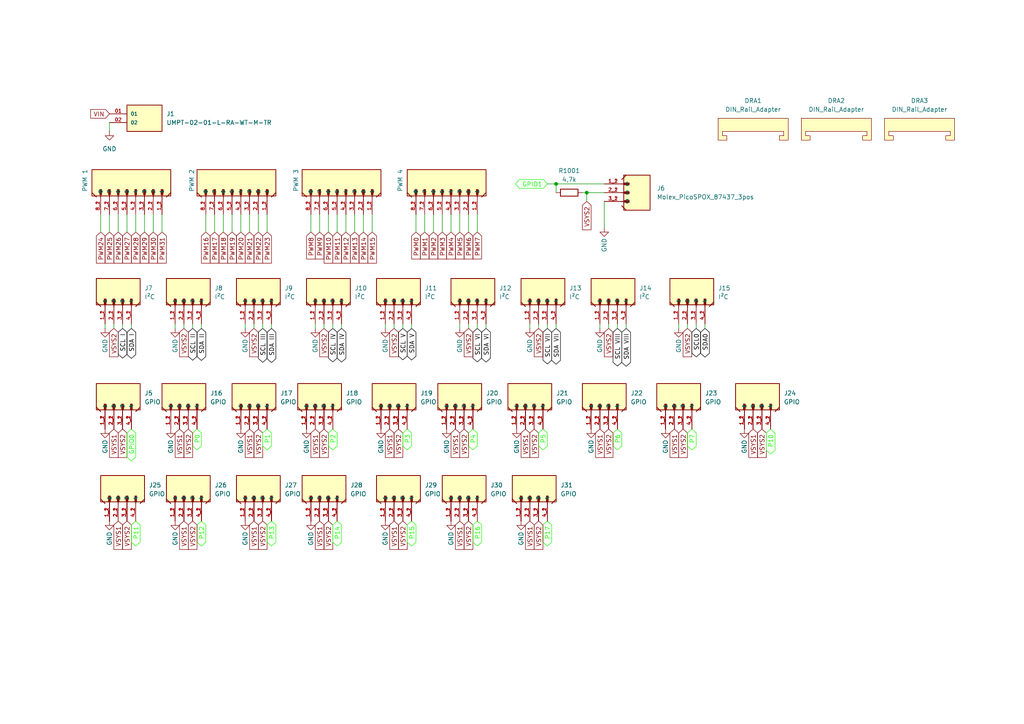
<source format=kicad_sch>
(kicad_sch (version 20231120) (generator "eeschema") (generator_version "8.0")
  (paper "A4")
  (junction (at 161.29 53.34))
  (junction (at 170.18 55.88))
  (wire (pts (xy 114.3 151.13) (xy 114.3 151.0654)))
  (wire (pts (xy 153.67 93.98) (xy 153.67 95.25)))
  (wire (pts (xy 31.75 62.23) (xy 31.75 67.31)))
  (wire (pts (xy 50.8 93.98) (xy 50.8 95.25)))
  (wire (pts (xy 116.84 151.13) (xy 116.84 151.0654)))
  (wire (pts (xy 33.02 95.25) (xy 33.02 93.98)))
  (wire (pts (xy 74.93 62.23) (xy 74.93 67.31)))
  (wire (pts (xy 114.3 95.25) (xy 114.3 93.98)))
  (wire (pts (xy 36.83 62.23) (xy 36.83 67.31)))
  (wire (pts (xy 72.39 62.23) (xy 72.39 67.31)))
  (wire (pts (xy 170.18 55.88) (xy 175.26 55.88)))
  (wire (pts (xy 119.38 93.98) (xy 119.38 95.25)))
  (wire (pts (xy 69.85 62.23) (xy 69.85 67.31)))
  (wire (pts (xy 161.29 53.34) (xy 175.26 53.34)))
  (wire (pts (xy 111.76 93.98) (xy 111.76 95.25)))
  (wire (pts (xy 92.71 62.23) (xy 92.71 67.31)))
  (wire (pts (xy 204.47 93.98) (xy 204.47 95.25)))
  (wire (pts (xy 59.69 62.23) (xy 59.69 67.31)))
  (wire (pts (xy 158.75 93.98) (xy 158.75 95.25)))
  (wire (pts (xy 135.89 62.23) (xy 135.89 67.31)))
  (wire (pts (xy 73.66 95.25) (xy 73.66 93.98)))
  (wire (pts (xy 53.34 95.25) (xy 53.34 93.98)))
  (wire (pts (xy 135.89 95.25) (xy 135.89 93.98)))
  (wire (pts (xy 161.29 93.98) (xy 161.29 95.25)))
  (wire (pts (xy 34.29 62.23) (xy 34.29 67.31)))
  (wire (pts (xy 77.47 62.23) (xy 77.47 67.31)))
  (wire (pts (xy 120.65 62.23) (xy 120.65 67.31)))
  (wire (pts (xy 105.41 62.23) (xy 105.41 67.31)))
  (wire (pts (xy 138.43 62.23) (xy 138.43 67.31)))
  (wire (pts (xy 113.03 124.46) (xy 113.03 124.3954)))
  (wire (pts (xy 67.31 62.23) (xy 67.31 67.31)))
  (wire (pts (xy 201.93 93.98) (xy 201.93 95.25)))
  (wire (pts (xy 161.29 53.34) (xy 161.29 55.88)))
  (wire (pts (xy 71.12 93.98) (xy 71.12 95.25)))
  (wire (pts (xy 133.35 62.23) (xy 133.35 67.31)))
  (wire (pts (xy 176.53 95.25) (xy 176.53 93.98)))
  (wire (pts (xy 44.45 62.23) (xy 44.45 67.31)))
  (wire (pts (xy 93.98 95.25) (xy 93.98 93.98)))
  (wire (pts (xy 95.25 62.23) (xy 95.25 67.31)))
  (wire (pts (xy 64.77 62.23) (xy 64.77 67.31)))
  (wire (pts (xy 199.39 95.25) (xy 199.39 93.98)))
  (wire (pts (xy 78.74 93.98) (xy 78.74 95.25)))
  (wire (pts (xy 62.23 62.23) (xy 62.23 67.31)))
  (wire (pts (xy 175.26 66.04) (xy 175.26 58.42)))
  (wire (pts (xy 170.18 58.42) (xy 170.18 55.88)))
  (wire (pts (xy 156.21 95.25) (xy 156.21 93.98)))
  (wire (pts (xy 115.57 124.46) (xy 115.57 124.3954)))
  (wire (pts (xy 29.21 62.23) (xy 29.21 67.31)))
  (wire (pts (xy 99.06 93.98) (xy 99.06 95.25)))
  (wire (pts (xy 158.75 53.34) (xy 161.29 53.34)))
  (wire (pts (xy 35.56 93.98) (xy 35.56 95.25)))
  (wire (pts (xy 46.99 62.23) (xy 46.99 67.31)))
  (wire (pts (xy 133.35 93.98) (xy 133.35 95.25)))
  (wire (pts (xy 38.1 93.98) (xy 38.1 95.25)))
  (wire (pts (xy 196.85 95.25) (xy 196.85 93.98)))
  (wire (pts (xy 30.48 93.98) (xy 30.48 95.25)))
  (wire (pts (xy 181.61 93.98) (xy 181.61 95.25)))
  (wire (pts (xy 107.95 62.23) (xy 107.95 67.31)))
  (wire (pts (xy 55.88 93.98) (xy 55.88 95.25)))
  (wire (pts (xy 168.91 55.88) (xy 170.18 55.88)))
  (wire (pts (xy 90.17 62.23) (xy 90.17 67.31)))
  (wire (pts (xy 96.52 93.98) (xy 96.52 95.25)))
  (wire (pts (xy 125.73 62.23) (xy 125.73 67.31)))
  (wire (pts (xy 91.44 93.98) (xy 91.44 95.25)))
  (wire (pts (xy 130.81 62.23) (xy 130.81 67.31)))
  (wire (pts (xy 41.91 62.23) (xy 41.91 67.31)))
  (wire (pts (xy 102.87 62.23) (xy 102.87 67.31)))
  (wire (pts (xy 58.42 93.98) (xy 58.42 95.25)))
  (wire (pts (xy 31.75 35.56) (xy 31.75 38.1)))
  (wire (pts (xy 76.2 93.98) (xy 76.2 95.25)))
  (wire (pts (xy 173.99 95.25) (xy 173.99 93.98)))
  (wire (pts (xy 97.79 62.23) (xy 97.79 67.31)))
  (wire (pts (xy 39.37 62.23) (xy 39.37 67.31)))
  (wire (pts (xy 140.97 93.98) (xy 140.97 95.25)))
  (wire (pts (xy 128.27 62.23) (xy 128.27 67.31)))
  (wire (pts (xy 100.33 62.23) (xy 100.33 67.31)))
  (wire (pts (xy 123.19 62.23) (xy 123.19 67.31)))
  (wire (pts (xy 179.07 93.98) (xy 179.07 95.25)))
  (wire (pts (xy 116.84 93.98) (xy 116.84 95.25)))
  (wire (pts (xy 138.43 93.98) (xy 138.43 95.25)))
  (global_label "VSYS2" (shape input) (at 93.98 95.25 270) (property "Intersheetrefs" "${INTERSHEET_REFS}" (effects (hide yes))))
  (global_label "VSYS2" (shape input) (at 156.21 95.25 270) (property "Intersheetrefs" "${INTERSHEET_REFS}" (effects (hide yes))))
  (global_label "PWM28" (shape input) (at 39.37 67.31 270) (property "Intersheetrefs" "${INTERSHEET_REFS}" (effects (hide yes))))
  (global_label "VSYS2" (shape input) (at 116.84 151.13 270) (property "Intersheetrefs" "${INTERSHEET_REFS}" (effects (hide yes))))
  (global_label "PWM4" (shape input) (at 130.81 67.31 270) (property "Intersheetrefs" "${INTERSHEET_REFS}" (effects (hide yes))))
  (global_label "VSYS2" (shape input) (at 55.88 151.13 270) (property "Intersheetrefs" "${INTERSHEET_REFS}" (effects (hide yes))))
  (global_label "VSYS1" (shape input) (at 52.07 124.46 270) (property "Intersheetrefs" "${INTERSHEET_REFS}" (effects (hide yes))))
  (global_label "VSYS1" (shape input) (at 195.58 124.46 270) (property "Intersheetrefs" "${INTERSHEET_REFS}" (effects (hide yes))))
  (global_label "VSYS2" (shape input) (at 74.93 124.46 270) (property "Intersheetrefs" "${INTERSHEET_REFS}" (effects (hide yes))))
  (global_label "VSYS1" (shape input) (at 53.34 151.13 270) (property "Intersheetrefs" "${INTERSHEET_REFS}" (effects (hide yes))))
  (global_label "SCL V" (shape bidirectional) (at 116.84 95.25 270) (property "Intersheetrefs" "${INTERSHEET_REFS}" (effects (hide yes))))
  (global_label "VSYS2" (shape input) (at 54.61 124.46 270) (property "Intersheetrefs" "${INTERSHEET_REFS}" (effects (hide yes))))
  (global_label "SCL I" (shape bidirectional) (at 35.56 95.25 270) (property "Intersheetrefs" "${INTERSHEET_REFS}" (effects (hide yes))))
  (global_label "VSYS2" (shape input) (at 176.53 95.25 270) (property "Intersheetrefs" "${INTERSHEET_REFS}" (effects (hide yes))))
  (global_label "VSYS1" (shape input) (at 153.67 151.13 270) (property "Intersheetrefs" "${INTERSHEET_REFS}" (effects (hide yes))))
  (global_label "SCL VI" (shape bidirectional) (at 138.43 95.25 270) (property "Intersheetrefs" "${INTERSHEET_REFS}" (effects (hide yes))))
  (global_label "VSYS2" (shape input) (at 198.12 124.46 270) (property "Intersheetrefs" "${INTERSHEET_REFS}" (effects (hide yes))))
  (global_label "PWM3" (shape input) (at 128.27 67.31 270) (property "Intersheetrefs" "${INTERSHEET_REFS}" (effects (hide yes))))
  (global_label "GPIO1" (shape bidirectional) (at 158.75 53.34 180) (property "Intersheetrefs" "${INTERSHEET_REFS}" (effects (hide yes))))
  (global_label "PWM23" (shape input) (at 77.47 67.31 270) (property "Intersheetrefs" "${INTERSHEET_REFS}" (effects (hide yes))))
  (global_label "VIN" (shape input) (at 31.75 33.02 180) (property "Intersheetrefs" "${INTERSHEET_REFS}" (effects (hide yes))))
  (global_label "PWM10" (shape input) (at 95.25 67.31 270) (property "Intersheetrefs" "${INTERSHEET_REFS}" (effects (hide yes))))
  (global_label "VSYS1" (shape input) (at 133.35 151.13 270) (property "Intersheetrefs" "${INTERSHEET_REFS}" (effects (hide yes))))
  (global_label "P3" (shape bidirectional) (at 118.11 124.46 270) (property "Intersheetrefs" "${INTERSHEET_REFS}" (effects (hide yes))))
  (global_label "PWM6" (shape input) (at 135.89 67.31 270) (property "Intersheetrefs" "${INTERSHEET_REFS}" (effects (hide yes))))
  (global_label "PWM22" (shape input) (at 74.93 67.31 270) (property "Intersheetrefs" "${INTERSHEET_REFS}" (effects (hide yes))))
  (global_label "VSYS2" (shape input) (at 115.57 124.46 270) (property "Intersheetrefs" "${INTERSHEET_REFS}" (effects (hide yes))))
  (global_label "VSYS2" (shape input) (at 199.39 95.25 270) (property "Intersheetrefs" "${INTERSHEET_REFS}" (effects (hide yes))))
  (global_label "SCL IV" (shape bidirectional) (at 96.52 95.25 270) (property "Intersheetrefs" "${INTERSHEET_REFS}" (effects (hide yes))))
  (global_label "VSYS2" (shape input) (at 220.98 124.46 270) (property "Intersheetrefs" "${INTERSHEET_REFS}" (effects (hide yes))))
  (global_label "VSYS2" (shape input) (at 170.18 58.42 270) (property "Intersheetrefs" "${INTERSHEET_REFS}" (effects (hide yes))))
  (global_label "VSYS2" (shape input) (at 114.3 95.25 270) (property "Intersheetrefs" "${INTERSHEET_REFS}" (effects (hide yes))))
  (global_label "VSYS2" (shape input) (at 135.89 151.13 270) (property "Intersheetrefs" "${INTERSHEET_REFS}" (effects (hide yes))))
  (global_label "VSYS1" (shape input) (at 33.02 124.46 270) (property "Intersheetrefs" "${INTERSHEET_REFS}" (effects (hide yes))))
  (global_label "P0" (shape bidirectional) (at 57.15 124.46 270) (property "Intersheetrefs" "${INTERSHEET_REFS}" (effects (hide yes))))
  (global_label "GPIO0" (shape bidirectional) (at 38.1 124.46 270) (property "Intersheetrefs" "${INTERSHEET_REFS}" (effects (hide yes))))
  (global_label "PWM16" (shape input) (at 59.69 67.31 270) (property "Intersheetrefs" "${INTERSHEET_REFS}" (effects (hide yes))))
  (global_label "PWM14" (shape input) (at 105.41 67.31 270) (property "Intersheetrefs" "${INTERSHEET_REFS}" (effects (hide yes))))
  (global_label "PWM9" (shape input) (at 92.71 67.31 270) (property "Intersheetrefs" "${INTERSHEET_REFS}" (effects (hide yes))))
  (global_label "VSYS1" (shape input) (at 91.44 124.46 270) (property "Intersheetrefs" "${INTERSHEET_REFS}" (effects (hide yes))))
  (global_label "PWM11" (shape input) (at 97.79 67.31 270) (property "Intersheetrefs" "${INTERSHEET_REFS}" (effects (hide yes))))
  (global_label "PWM8" (shape input) (at 90.17 67.31 270) (property "Intersheetrefs" "${INTERSHEET_REFS}" (effects (hide yes))))
  (global_label "PWM31" (shape input) (at 46.99 67.31 270) (property "Intersheetrefs" "${INTERSHEET_REFS}" (effects (hide yes))))
  (global_label "SDA V" (shape bidirectional) (at 119.38 95.25 270) (property "Intersheetrefs" "${INTERSHEET_REFS}" (effects (hide yes))))
  (global_label "PWM30" (shape input) (at 44.45 67.31 270) (property "Intersheetrefs" "${INTERSHEET_REFS}" (effects (hide yes))))
  (global_label "VSYS2" (shape input) (at 35.56 124.46 270) (property "Intersheetrefs" "${INTERSHEET_REFS}" (effects (hide yes))))
  (global_label "SCL II" (shape bidirectional) (at 55.88 95.25 270) (property "Intersheetrefs" "${INTERSHEET_REFS}" (effects (hide yes))))
  (global_label "SCL VII" (shape bidirectional) (at 158.75 95.25 270) (property "Intersheetrefs" "${INTERSHEET_REFS}" (effects (hide yes))))
  (global_label "PWM25" (shape input) (at 31.75 67.31 270) (property "Intersheetrefs" "${INTERSHEET_REFS}" (effects (hide yes))))
  (global_label "SCL VIII" (shape bidirectional) (at 179.07 95.25 270) (property "Intersheetrefs" "${INTERSHEET_REFS}" (effects (hide yes))))
  (global_label "SDA VII" (shape bidirectional) (at 161.29 95.25 270) (property "Intersheetrefs" "${INTERSHEET_REFS}" (effects (hide yes))))
  (global_label "PWM0" (shape input) (at 120.65 67.31 270) (property "Intersheetrefs" "${INTERSHEET_REFS}" (effects (hide yes))))
  (global_label "VSYS1" (shape input) (at 72.39 124.46 270) (property "Intersheetrefs" "${INTERSHEET_REFS}" (effects (hide yes))))
  (global_label "P12" (shape bidirectional) (at 58.42 151.13 270) (property "Intersheetrefs" "${INTERSHEET_REFS}" (effects (hide yes))))
  (global_label "VSYS2" (shape input) (at 134.62 124.46 270) (property "Intersheetrefs" "${INTERSHEET_REFS}" (effects (hide yes))))
  (global_label "VSYS2" (shape input) (at 73.66 95.25 270) (property "Intersheetrefs" "${INTERSHEET_REFS}" (effects (hide yes))))
  (global_label "P4" (shape bidirectional) (at 137.16 124.46 270) (property "Intersheetrefs" "${INTERSHEET_REFS}" (effects (hide yes))))
  (global_label "VSYS2" (shape input) (at 176.53 124.46 270) (property "Intersheetrefs" "${INTERSHEET_REFS}" (effects (hide yes))))
  (global_label "VSYS2" (shape input) (at 33.02 95.25 270) (property "Intersheetrefs" "${INTERSHEET_REFS}" (effects (hide yes))))
  (global_label "VSYS2" (shape input) (at 76.2 151.13 270) (property "Intersheetrefs" "${INTERSHEET_REFS}" (effects (hide yes))))
  (global_label "P5" (shape bidirectional) (at 157.48 124.46 270) (property "Intersheetrefs" "${INTERSHEET_REFS}" (effects (hide yes))))
  (global_label "SCL0" (shape bidirectional) (at 201.93 95.25 270) (property "Intersheetrefs" "${INTERSHEET_REFS}" (effects (hide yes))))
  (global_label "PWM7" (shape input) (at 138.43 67.31 270) (property "Intersheetrefs" "${INTERSHEET_REFS}" (effects (hide yes))))
  (global_label "VSYS1" (shape input) (at 132.08 124.46 270) (property "Intersheetrefs" "${INTERSHEET_REFS}" (effects (hide yes))))
  (global_label "VSYS1" (shape input) (at 218.44 124.46 270) (property "Intersheetrefs" "${INTERSHEET_REFS}" (effects (hide yes))))
  (global_label "SDA0" (shape bidirectional) (at 204.47 95.25 270) (property "Intersheetrefs" "${INTERSHEET_REFS}" (effects (hide yes))))
  (global_label "SDA VIII" (shape bidirectional) (at 181.61 95.25 270) (property "Intersheetrefs" "${INTERSHEET_REFS}" (effects (hide yes))))
  (global_label "PWM27" (shape input) (at 36.83 67.31 270) (property "Intersheetrefs" "${INTERSHEET_REFS}" (effects (hide yes))))
  (global_label "PWM26" (shape input) (at 34.29 67.31 270) (property "Intersheetrefs" "${INTERSHEET_REFS}" (effects (hide yes))))
  (global_label "VSYS1" (shape input) (at 73.66 151.13 270) (property "Intersheetrefs" "${INTERSHEET_REFS}" (effects (hide yes))))
  (global_label "P11" (shape bidirectional) (at 39.37 151.13 270) (property "Intersheetrefs" "${INTERSHEET_REFS}" (effects (hide yes))))
  (global_label "SCL III" (shape bidirectional) (at 76.2 95.25 270) (property "Intersheetrefs" "${INTERSHEET_REFS}" (effects (hide yes))))
  (global_label "P17" (shape bidirectional) (at 158.75 151.13 270) (property "Intersheetrefs" "${INTERSHEET_REFS}" (effects (hide yes))))
  (global_label "P2" (shape bidirectional) (at 96.52 124.46 270) (property "Intersheetrefs" "${INTERSHEET_REFS}" (effects (hide yes))))
  (global_label "SDA III" (shape bidirectional) (at 78.74 95.25 270) (property "Intersheetrefs" "${INTERSHEET_REFS}" (effects (hide yes))))
  (global_label "PWM18" (shape input) (at 64.77 67.31 270) (property "Intersheetrefs" "${INTERSHEET_REFS}" (effects (hide yes))))
  (global_label "VSYS1" (shape input) (at 114.3 151.13 270) (property "Intersheetrefs" "${INTERSHEET_REFS}" (effects (hide yes))))
  (global_label "SDA II" (shape bidirectional) (at 58.42 95.25 270) (property "Intersheetrefs" "${INTERSHEET_REFS}" (effects (hide yes))))
  (global_label "VSYS2" (shape input) (at 95.25 151.13 270) (property "Intersheetrefs" "${INTERSHEET_REFS}" (effects (hide yes))))
  (global_label "PWM24" (shape input) (at 29.21 67.31 270) (property "Intersheetrefs" "${INTERSHEET_REFS}" (effects (hide yes))))
  (global_label "P6" (shape bidirectional) (at 179.07 124.46 270) (property "Intersheetrefs" "${INTERSHEET_REFS}" (effects (hide yes))))
  (global_label "PWM17" (shape input) (at 62.23 67.31 270) (property "Intersheetrefs" "${INTERSHEET_REFS}" (effects (hide yes))))
  (global_label "PWM5" (shape input) (at 133.35 67.31 270) (property "Intersheetrefs" "${INTERSHEET_REFS}" (effects (hide yes))))
  (global_label "P16" (shape bidirectional) (at 138.43 151.13 270) (property "Intersheetrefs" "${INTERSHEET_REFS}" (effects (hide yes))))
  (global_label "VSYS1" (shape input) (at 34.29 151.13 270) (property "Intersheetrefs" "${INTERSHEET_REFS}" (effects (hide yes))))
  (global_label "VSYS2" (shape input) (at 135.89 95.25 270) (property "Intersheetrefs" "${INTERSHEET_REFS}" (effects (hide yes))))
  (global_label "PWM2" (shape input) (at 125.73 67.31 270) (property "Intersheetrefs" "${INTERSHEET_REFS}" (effects (hide yes))))
  (global_label "VSYS2" (shape input) (at 156.21 151.13 270) (property "Intersheetrefs" "${INTERSHEET_REFS}" (effects (hide yes))))
  (global_label "VSYS1" (shape input) (at 92.71 151.13 270) (property "Intersheetrefs" "${INTERSHEET_REFS}" (effects (hide yes))))
  (global_label "P7" (shape bidirectional) (at 200.66 124.46 270) (property "Intersheetrefs" "${INTERSHEET_REFS}" (effects (hide yes))))
  (global_label "PWM13" (shape input) (at 102.87 67.31 270) (property "Intersheetrefs" "${INTERSHEET_REFS}" (effects (hide yes))))
  (global_label "PWM20" (shape input) (at 69.85 67.31 270) (property "Intersheetrefs" "${INTERSHEET_REFS}" (effects (hide yes))))
  (global_label "PWM29" (shape input) (at 41.91 67.31 270) (property "Intersheetrefs" "${INTERSHEET_REFS}" (effects (hide yes))))
  (global_label "VSYS2" (shape input) (at 154.94 124.46 270) (property "Intersheetrefs" "${INTERSHEET_REFS}" (effects (hide yes))))
  (global_label "SDA VI" (shape bidirectional) (at 140.97 95.25 270) (property "Intersheetrefs" "${INTERSHEET_REFS}" (effects (hide yes))))
  (global_label "VSYS2" (shape input) (at 93.98 124.46 270) (property "Intersheetrefs" "${INTERSHEET_REFS}" (effects (hide yes))))
  (global_label "PWM1" (shape input) (at 123.19 67.31 270) (property "Intersheetrefs" "${INTERSHEET_REFS}" (effects (hide yes))))
  (global_label "P14" (shape bidirectional) (at 97.79 151.13 270) (property "Intersheetrefs" "${INTERSHEET_REFS}" (effects (hide yes))))
  (global_label "SDA IV" (shape bidirectional) (at 99.06 95.25 270) (property "Intersheetrefs" "${INTERSHEET_REFS}" (effects (hide yes))))
  (global_label "PWM12" (shape input) (at 100.33 67.31 270) (property "Intersheetrefs" "${INTERSHEET_REFS}" (effects (hide yes))))
  (global_label "PWM15" (shape input) (at 107.95 67.31 270) (property "Intersheetrefs" "${INTERSHEET_REFS}" (effects (hide yes))))
  (global_label "VSYS1" (shape input) (at 152.4 124.46 270) (property "Intersheetrefs" "${INTERSHEET_REFS}" (effects (hide yes))))
  (global_label "SDA I" (shape bidirectional) (at 38.1 95.25 270) (property "Intersheetrefs" "${INTERSHEET_REFS}" (effects (hide yes))))
  (global_label "P10" (shape bidirectional) (at 223.52 124.46 270) (property "Intersheetrefs" "${INTERSHEET_REFS}" (effects (hide yes))))
  (global_label "P13" (shape bidirectional) (at 78.74 151.13 270) (property "Intersheetrefs" "${INTERSHEET_REFS}" (effects (hide yes))))
  (global_label "P15" (shape bidirectional) (at 119.38 151.13 270) (property "Intersheetrefs" "${INTERSHEET_REFS}" (effects (hide yes))))
  (global_label "P1" (shape bidirectional) (at 77.47 124.46 270) (property "Intersheetrefs" "${INTERSHEET_REFS}" (effects (hide yes))))
  (global_label "PWM19" (shape input) (at 67.31 67.31 270) (property "Intersheetrefs" "${INTERSHEET_REFS}" (effects (hide yes))))
  (global_label "VSYS2" (shape input) (at 36.83 151.13 270) (property "Intersheetrefs" "${INTERSHEET_REFS}" (effects (hide yes))))
  (global_label "VSYS1" (shape input) (at 173.99 124.46 270) (property "Intersheetrefs" "${INTERSHEET_REFS}" (effects (hide yes))))
  (global_label "PWM21" (shape input) (at 72.39 67.31 270) (property "Intersheetrefs" "${INTERSHEET_REFS}" (effects (hide yes))))
  (global_label "VSYS1" (shape input) (at 113.03 124.46 270) (property "Intersheetrefs" "${INTERSHEET_REFS}" (effects (hide yes))))
  (global_label "VSYS2" (shape input) (at 53.34 95.25 270) (property "Intersheetrefs" "${INTERSHEET_REFS}" (effects (hide yes))))
  (symbol (lib_id "power:GND") (at 196.85 95.25 0) (unit 1)
    (property "Reference" "#PWR0505" (effects (hide yes)))
    (property "Value" "GND" (at 196.85 100.33 90))
    (property "Description" "Power symbol creates a global label with name \"GND\" , ground" (effects (hide yes)))
  )
  (symbol (lib_id "power:GND") (at 50.8 151.13 0) (unit 1)
    (property "Reference" "#PWR086" (effects (hide yes)))
    (property "Value" "GND" (at 50.8 156.21 90))
    (property "Description" "Power symbol creates a global label with name \"GND\" , ground" (effects (hide yes)))
  )
  (symbol (lib_id "power:GND") (at 31.75 38.1 0) (unit 1)
    (property "Reference" "#PWR01" (effects (hide yes)))
    (property "Value" "GND" (at 31.75 43.18 0))
    (property "Description" "Power symbol creates a global label with name \"GND\" , ground" (effects (hide yes)))
  )
  (symbol (lib_id "power:GND") (at 149.86 124.46 0) (unit 1)
    (property "Reference" "#PWR081" (effects (hide yes)))
    (property "Value" "GND" (at 149.86 129.54 90))
    (property "Description" "Power symbol creates a global label with name \"GND\" , ground" (effects (hide yes)))
  )
  (symbol (lib_id "power:GND") (at 71.12 151.13 0) (unit 1)
    (property "Reference" "#PWR087" (effects (hide yes)))
    (property "Value" "GND" (at 71.12 156.21 90))
    (property "Description" "Power symbol creates a global label with name \"GND\" , ground" (effects (hide yes)))
  )
  (symbol (lib_id "power:GND") (at 91.44 95.25 0) (unit 1)
    (property "Reference" "#PWR075" (effects (hide yes)))
    (property "Value" "GND" (at 91.44 100.33 90))
    (property "Description" "Power symbol creates a global label with name \"GND\" , ground" (effects (hide yes)))
  )
  (symbol (lib_id "power:GND") (at 110.49 124.46 0) (unit 1)
    (property "Reference" "#PWR079" (effects (hide yes)))
    (property "Value" "GND" (at 110.49 129.54 90))
    (property "Description" "Power symbol creates a global label with name \"GND\" , ground" (effects (hide yes)))
  )
  (symbol (lib_id "power:GND") (at 171.45 124.46 0) (unit 1)
    (property "Reference" "#PWR082" (effects (hide yes)))
    (property "Value" "GND" (at 171.45 129.54 90))
    (property "Description" "Power symbol creates a global label with name \"GND\" , ground" (effects (hide yes)))
  )
  (symbol (lib_id "connectors_Molex:Molex_PicoSPOX_87438_4pos") (at 132.08 119.38 90) (unit 1)
    (property "Reference" "J20" (at 140.97 114.0504 90) (effects (justify right)))
    (property "Value" "GPIO" (at 140.97 116.5904 90) (effects (justify right)))
    (property "Footprint" "connectors_molex:MOLEX_874380443" (effects (hide yes)))
    (property "DigiKey_Part_Number" "WM7648TR-ND" (effects (hide yes)))
    (property "MF" "Molex" (effects (hide yes)))
    (property "MAXIMUM_PACKAGE_HEIGHT" "4.45 mm" (effects (hide yes)))
    (property "Package" "None" (effects (hide yes)))
    (property "Check_prices" "https://www.snapeda.com/parts/87438-0443/Molex/view-part/?ref=eda" (effects (hide yes)))
    (property "STANDARD" "Manufacturer Recommendations" (effects (hide yes)))
    (property "PARTREV" "C" (effects (hide yes)))
    (property "SnapEDA_Link" "https://www.snapeda.com/parts/87438-0443/Molex/view-part/?ref=snap" (effects (hide yes)))
    (property "MP" "87438-0443" (effects (hide yes)))
    (property "Purchase-URL" "https://www.snapeda.com/api/url_track_click_mouser/?unipart_id=699112&manufacturer=Molex&part_name=87438-0443&search_term=874380443" (effects (hide yes)))
    (property "Description_1" "\nHeader 1.50mm Pico-SPOX WTB, SMT, RA,4w | Molex Incorporated 87438-0443\n" (effects (hide yes)))
    (property "MANUFACTURER" "Molex" (effects (hide yes)))
  )
  (symbol (lib_id "power:GND") (at 129.54 124.46 0) (unit 1)
    (property "Reference" "#PWR080" (effects (hide yes)))
    (property "Value" "GND" (at 129.54 129.54 90))
    (property "Description" "Power symbol creates a global label with name \"GND\" , ground" (effects (hide yes)))
  )
  (symbol (lib_id "connectors_Molex:Molex_PicoSPOX_87438_4pos") (at 199.39 88.9 90) (unit 1)
    (property "Reference" "J15" (at 208.28 83.5704 90) (effects (justify right)))
    (property "Value" "I²C" (at 208.28 86.1104 90) (effects (justify right)))
    (property "Footprint" "connectors_molex:MOLEX_874380443" (effects (hide yes)))
    (property "DigiKey_Part_Number" "WM7648TR-ND" (effects (hide yes)))
    (property "MF" "Molex" (effects (hide yes)))
    (property "MAXIMUM_PACKAGE_HEIGHT" "4.45 mm" (effects (hide yes)))
    (property "Package" "None" (effects (hide yes)))
    (property "Check_prices" "https://www.snapeda.com/parts/87438-0443/Molex/view-part/?ref=eda" (effects (hide yes)))
    (property "STANDARD" "Manufacturer Recommendations" (effects (hide yes)))
    (property "PARTREV" "C" (effects (hide yes)))
    (property "SnapEDA_Link" "https://www.snapeda.com/parts/87438-0443/Molex/view-part/?ref=snap" (effects (hide yes)))
    (property "MP" "87438-0443" (effects (hide yes)))
    (property "Purchase-URL" "https://www.snapeda.com/api/url_track_click_mouser/?unipart_id=699112&manufacturer=Molex&part_name=87438-0443&search_term=874380443" (effects (hide yes)))
    (property "Description_1" "\nHeader 1.50mm Pico-SPOX WTB, SMT, RA,4w | Molex Incorporated 87438-0443\n" (effects (hide yes)))
    (property "MANUFACTURER" "Molex" (effects (hide yes)))
  )
  (symbol (lib_id "connectors_Molex:Molex_PicoSPOX_87438_4pos") (at 173.99 119.38 90) (unit 1)
    (property "Reference" "J22" (at 182.88 114.0504 90) (effects (justify right)))
    (property "Value" "GPIO" (at 182.88 116.5904 90) (effects (justify right)))
    (property "Footprint" "connectors_molex:MOLEX_874380443" (effects (hide yes)))
    (property "DigiKey_Part_Number" "WM7648TR-ND" (effects (hide yes)))
    (property "MF" "Molex" (effects (hide yes)))
    (property "MAXIMUM_PACKAGE_HEIGHT" "4.45 mm" (effects (hide yes)))
    (property "Package" "None" (effects (hide yes)))
    (property "Check_prices" "https://www.snapeda.com/parts/87438-0443/Molex/view-part/?ref=eda" (effects (hide yes)))
    (property "STANDARD" "Manufacturer Recommendations" (effects (hide yes)))
    (property "PARTREV" "C" (effects (hide yes)))
    (property "SnapEDA_Link" "https://www.snapeda.com/parts/87438-0443/Molex/view-part/?ref=snap" (effects (hide yes)))
    (property "MP" "87438-0443" (effects (hide yes)))
    (property "Purchase-URL" "https://www.snapeda.com/api/url_track_click_mouser/?unipart_id=699112&manufacturer=Molex&part_name=87438-0443&search_term=874380443" (effects (hide yes)))
    (property "Description_1" "\nHeader 1.50mm Pico-SPOX WTB, SMT, RA,4w | Molex Incorporated 87438-0443\n" (effects (hide yes)))
    (property "MANUFACTURER" "Molex" (effects (hide yes)))
  )
  (symbol (lib_id "connectors_Molex:Molex_PicoSPOX_87438_4pos") (at 92.71 146.05 90) (unit 1)
    (property "Reference" "J28" (at 101.6 140.7204 90) (effects (justify right)))
    (property "Value" "GPIO" (at 101.6 143.2604 90) (effects (justify right)))
    (property "Footprint" "connectors_molex:MOLEX_874380443" (effects (hide yes)))
    (property "DigiKey_Part_Number" "WM7648TR-ND" (effects (hide yes)))
    (property "MF" "Molex" (effects (hide yes)))
    (property "MAXIMUM_PACKAGE_HEIGHT" "4.45 mm" (effects (hide yes)))
    (property "Package" "None" (effects (hide yes)))
    (property "Check_prices" "https://www.snapeda.com/parts/87438-0443/Molex/view-part/?ref=eda" (effects (hide yes)))
    (property "STANDARD" "Manufacturer Recommendations" (effects (hide yes)))
    (property "PARTREV" "C" (effects (hide yes)))
    (property "SnapEDA_Link" "https://www.snapeda.com/parts/87438-0443/Molex/view-part/?ref=snap" (effects (hide yes)))
    (property "MP" "87438-0443" (effects (hide yes)))
    (property "Purchase-URL" "https://www.snapeda.com/api/url_track_click_mouser/?unipart_id=699112&manufacturer=Molex&part_name=87438-0443&search_term=874380443" (effects (hide yes)))
    (property "Description_1" "\nHeader 1.50mm Pico-SPOX WTB, SMT, RA,4w | Molex Incorporated 87438-0443\n" (effects (hide yes)))
    (property "MANUFACTURER" "Molex" (effects (hide yes)))
  )
  (symbol (lib_id "power:GND") (at 88.9 124.46 0) (unit 1)
    (property "Reference" "#PWR05" (effects (hide yes)))
    (property "Value" "GND" (at 88.9 129.54 90))
    (property "Description" "Power symbol creates a global label with name \"GND\" , ground" (effects (hide yes)))
  )
  (symbol (lib_id "connectors_Molex:Molex_PicoSPOX_87438_4pos") (at 73.66 88.9 90) (unit 1)
    (property "Reference" "J9" (at 82.55 83.5704 90) (effects (justify right)))
    (property "Value" "I²C" (at 82.55 86.1104 90) (effects (justify right)))
    (property "Footprint" "connectors_molex:Molex_PicoSpox_hor_4pos_874380443" (effects (hide yes)))
    (property "DigiKey_Part_Number" "WM7648TR-ND" (effects (hide yes)))
    (property "MF" "Molex" (effects (hide yes)))
    (property "MAXIMUM_PACKAGE_HEIGHT" "4.45 mm" (effects (hide yes)))
    (property "Package" "None" (effects (hide yes)))
    (property "Check_prices" "https://www.snapeda.com/parts/87438-0443/Molex/view-part/?ref=eda" (effects (hide yes)))
    (property "STANDARD" "Manufacturer Recommendations" (effects (hide yes)))
    (property "PARTREV" "C" (effects (hide yes)))
    (property "SnapEDA_Link" "https://www.snapeda.com/parts/87438-0443/Molex/view-part/?ref=snap" (effects (hide yes)))
    (property "MP" "87438-0443" (effects (hide yes)))
    (property "Purchase-URL" "https://www.snapeda.com/api/url_track_click_mouser/?unipart_id=699112&manufacturer=Molex&part_name=87438-0443&search_term=874380443" (effects (hide yes)))
    (property "Description_1" "\nHeader 1.50mm Pico-SPOX WTB, SMT, RA,4w | Molex Incorporated 87438-0443\n" (effects (hide yes)))
    (property "MANUFACTURER" "Molex" (effects (hide yes)))
  )
  (symbol (lib_id "connectors_Molex:Molex_PicoSPOX_87438_4pos") (at 73.66 146.05 90) (unit 1)
    (property "Reference" "J27" (at 82.55 140.7204 90) (effects (justify right)))
    (property "Value" "GPIO" (at 82.55 143.2604 90) (effects (justify right)))
    (property "Footprint" "connectors_molex:MOLEX_874380443" (effects (hide yes)))
    (property "DigiKey_Part_Number" "WM7648TR-ND" (effects (hide yes)))
    (property "MF" "Molex" (effects (hide yes)))
    (property "MAXIMUM_PACKAGE_HEIGHT" "4.45 mm" (effects (hide yes)))
    (property "Package" "None" (effects (hide yes)))
    (property "Check_prices" "https://www.snapeda.com/parts/87438-0443/Molex/view-part/?ref=eda" (effects (hide yes)))
    (property "STANDARD" "Manufacturer Recommendations" (effects (hide yes)))
    (property "PARTREV" "C" (effects (hide yes)))
    (property "SnapEDA_Link" "https://www.snapeda.com/parts/87438-0443/Molex/view-part/?ref=snap" (effects (hide yes)))
    (property "MP" "87438-0443" (effects (hide yes)))
    (property "Purchase-URL" "https://www.snapeda.com/api/url_track_click_mouser/?unipart_id=699112&manufacturer=Molex&part_name=87438-0443&search_term=874380443" (effects (hide yes)))
    (property "Description_1" "\nHeader 1.50mm Pico-SPOX WTB, SMT, RA,4w | Molex Incorporated 87438-0443\n" (effects (hide yes)))
    (property "MANUFACTURER" "Molex" (effects (hide yes)))
  )
  (symbol (lib_id "connectors_Molex:Molex_PicoSPOX_87438_8pos") (at 130.81 57.15 270) (mirror x) (unit 1)
    (property "Reference" "J525" (effects (hide yes)))
    (property "Value" "PWM 4" (at 116.078 55.626 0) (effects (justify left)))
    (property "Footprint" "connectors_molex:MOLEX_874370863" (effects (hide yes)))
    (property "DigiKey_Part_Number" "WM7652TR-ND" (effects (hide yes)))
    (property "MF" "Molex" (effects (hide yes)))
    (property "MAXIMUM_PACKAGE_HEIGHT" "4.45 mm" (effects (hide yes)))
    (property "Package" "None" (effects (hide yes)))
    (property "Check_prices" "https://www.snapeda.com/parts/87438-0843/Molex/view-part/?ref=eda" (effects (hide yes)))
    (property "STANDARD" "Manufacturer Recommendations" (effects (hide yes)))
    (property "PARTREV" "A" (effects (hide yes)))
    (property "SnapEDA_Link" "https://www.snapeda.com/parts/87438-0843/Molex/view-part/?ref=snap" (effects (hide yes)))
    (property "MP" "87438-0843" (effects (hide yes)))
    (property "Purchase-URL" "https://www.snapeda.com/api/url_track_click_mouser/?unipart_id=47812&manufacturer=Molex&part_name=87438-0843&search_term=874380843" (effects (hide yes)))
    (property "Description_1" "\nHeader 1.50mm Pico-SPOX WTB, SMT, RA,8w | Molex Incorporated 87438-0843\n" (effects (hide yes)))
    (property "MANUFACTURER" "Molex" (effects (hide yes)))
  )
  (symbol (lib_id "Mechanical:DIN_Rail_Adapter") (at 266.7 36.83 0) (unit 1) (exclude_from_sim yes)
    (property "Reference" "DRA3" (at 266.7 29.21 0))
    (property "Value" "DIN_Rail_Adapter" (at 266.7 31.75 0))
    (property "Footprint" "MountingEquipment:DINRailAdapter_3xM3_PhoenixContact_1201578" (effects (hide yes)))
    (property "Description" "DIN Rail adapter universal, mounting holes without connection" (effects (hide yes)))
  )
  (symbol (lib_id "connectors_Molex:Molex_PicoSPOX_87438_4pos") (at 133.35 146.05 90) (unit 1)
    (property "Reference" "J30" (at 142.24 140.7204 90) (effects (justify right)))
    (property "Value" "GPIO" (at 142.24 143.2604 90) (effects (justify right)))
    (property "Footprint" "connectors_molex:MOLEX_874380443" (effects (hide yes)))
    (property "DigiKey_Part_Number" "WM7648TR-ND" (effects (hide yes)))
    (property "MF" "Molex" (effects (hide yes)))
    (property "MAXIMUM_PACKAGE_HEIGHT" "4.45 mm" (effects (hide yes)))
    (property "Package" "None" (effects (hide yes)))
    (property "Check_prices" "https://www.snapeda.com/parts/87438-0443/Molex/view-part/?ref=eda" (effects (hide yes)))
    (property "STANDARD" "Manufacturer Recommendations" (effects (hide yes)))
    (property "PARTREV" "C" (effects (hide yes)))
    (property "SnapEDA_Link" "https://www.snapeda.com/parts/87438-0443/Molex/view-part/?ref=snap" (effects (hide yes)))
    (property "MP" "87438-0443" (effects (hide yes)))
    (property "Purchase-URL" "https://www.snapeda.com/api/url_track_click_mouser/?unipart_id=699112&manufacturer=Molex&part_name=87438-0443&search_term=874380443" (effects (hide yes)))
    (property "Description_1" "\nHeader 1.50mm Pico-SPOX WTB, SMT, RA,4w | Molex Incorporated 87438-0443\n" (effects (hide yes)))
    (property "MANUFACTURER" "Molex" (effects (hide yes)))
  )
  (symbol (lib_id "connectors_Molex:Molex_PicoSPOX_87438_4pos") (at 135.89 88.9 90) (unit 1)
    (property "Reference" "J12" (at 144.78 83.5704 90) (effects (justify right)))
    (property "Value" "I²C" (at 144.78 86.1104 90) (effects (justify right)))
    (property "Footprint" "connectors_molex:MOLEX_874380443" (effects (hide yes)))
    (property "DigiKey_Part_Number" "WM7648TR-ND" (effects (hide yes)))
    (property "MF" "Molex" (effects (hide yes)))
    (property "MAXIMUM_PACKAGE_HEIGHT" "4.45 mm" (effects (hide yes)))
    (property "Package" "None" (effects (hide yes)))
    (property "Check_prices" "https://www.snapeda.com/parts/87438-0443/Molex/view-part/?ref=eda" (effects (hide yes)))
    (property "STANDARD" "Manufacturer Recommendations" (effects (hide yes)))
    (property "PARTREV" "C" (effects (hide yes)))
    (property "SnapEDA_Link" "https://www.snapeda.com/parts/87438-0443/Molex/view-part/?ref=snap" (effects (hide yes)))
    (property "MP" "87438-0443" (effects (hide yes)))
    (property "Purchase-URL" "https://www.snapeda.com/api/url_track_click_mouser/?unipart_id=699112&manufacturer=Molex&part_name=87438-0443&search_term=874380443" (effects (hide yes)))
    (property "Description_1" "\nHeader 1.50mm Pico-SPOX WTB, SMT, RA,4w | Molex Incorporated 87438-0443\n" (effects (hide yes)))
    (property "MANUFACTURER" "Molex" (effects (hide yes)))
  )
  (symbol (lib_id "connectors_Molex:Molex_PicoSPOX_87438_4pos") (at 34.29 146.05 90) (unit 1)
    (property "Reference" "J25" (at 43.18 140.7204 90) (effects (justify right)))
    (property "Value" "GPIO" (at 43.18 143.2604 90) (effects (justify right)))
    (property "Footprint" "connectors_molex:MOLEX_874380443" (effects (hide yes)))
    (property "DigiKey_Part_Number" "WM7648TR-ND" (effects (hide yes)))
    (property "MF" "Molex" (effects (hide yes)))
    (property "MAXIMUM_PACKAGE_HEIGHT" "4.45 mm" (effects (hide yes)))
    (property "Package" "None" (effects (hide yes)))
    (property "Check_prices" "https://www.snapeda.com/parts/87438-0443/Molex/view-part/?ref=eda" (effects (hide yes)))
    (property "STANDARD" "Manufacturer Recommendations" (effects (hide yes)))
    (property "PARTREV" "C" (effects (hide yes)))
    (property "SnapEDA_Link" "https://www.snapeda.com/parts/87438-0443/Molex/view-part/?ref=snap" (effects (hide yes)))
    (property "MP" "87438-0443" (effects (hide yes)))
    (property "Purchase-URL" "https://www.snapeda.com/api/url_track_click_mouser/?unipart_id=699112&manufacturer=Molex&part_name=87438-0443&search_term=874380443" (effects (hide yes)))
    (property "Description_1" "\nHeader 1.50mm Pico-SPOX WTB, SMT, RA,4w | Molex Incorporated 87438-0443\n" (effects (hide yes)))
    (property "MANUFACTURER" "Molex" (effects (hide yes)))
  )
  (symbol (lib_id "connectors_Samtec:UMPT-02-01-L-RA-WT-M-TR") (at 41.91 34.29 0) (unit 1)
    (property "Reference" "J1" (at 48.26 33.0199 0) (effects (justify left)))
    (property "Value" "UMPT-02-01-L-RA-WT-M-TR" (at 48.26 35.5599 0) (effects (justify left)))
    (property "Footprint" "connectors_SAMTEC:SAMTEC_UMPT-02-01-L-RA-WT-M-TR" (effects (hide yes)))
    (property "PARTREV" "B" (effects (hide yes)))
    (property "STANDARD" "Manufacturer Recommendations" (effects (hide yes)))
    (property "MAXIMUM_PACKAGE_HEIGHT" "9.7 mm" (effects (hide yes)))
    (property "MANUFACTURER" "Samtec" (effects (hide yes)))
  )
  (symbol (lib_id "Mechanical:DIN_Rail_Adapter") (at 242.57 36.83 0) (unit 1) (exclude_from_sim yes)
    (property "Reference" "DRA2" (at 242.57 29.21 0))
    (property "Value" "DIN_Rail_Adapter" (at 242.57 31.75 0))
    (property "Footprint" "MountingEquipment:DINRailAdapter_3xM3_PhoenixContact_1201578" (effects (hide yes)))
    (property "Description" "DIN Rail adapter universal, mounting holes without connection" (effects (hide yes)))
  )
  (symbol (lib_id "connectors_Molex:Molex_PicoSPOX_87438_4pos") (at 152.4 119.38 90) (unit 1)
    (property "Reference" "J21" (at 161.29 114.0504 90) (effects (justify right)))
    (property "Value" "GPIO" (at 161.29 116.5904 90) (effects (justify right)))
    (property "Footprint" "connectors_molex:MOLEX_874380443" (effects (hide yes)))
    (property "DigiKey_Part_Number" "WM7648TR-ND" (effects (hide yes)))
    (property "MF" "Molex" (effects (hide yes)))
    (property "MAXIMUM_PACKAGE_HEIGHT" "4.45 mm" (effects (hide yes)))
    (property "Package" "None" (effects (hide yes)))
    (property "Check_prices" "https://www.snapeda.com/parts/87438-0443/Molex/view-part/?ref=eda" (effects (hide yes)))
    (property "STANDARD" "Manufacturer Recommendations" (effects (hide yes)))
    (property "PARTREV" "C" (effects (hide yes)))
    (property "SnapEDA_Link" "https://www.snapeda.com/parts/87438-0443/Molex/view-part/?ref=snap" (effects (hide yes)))
    (property "MP" "87438-0443" (effects (hide yes)))
    (property "Purchase-URL" "https://www.snapeda.com/api/url_track_click_mouser/?unipart_id=699112&manufacturer=Molex&part_name=87438-0443&search_term=874380443" (effects (hide yes)))
    (property "Description_1" "\nHeader 1.50mm Pico-SPOX WTB, SMT, RA,4w | Molex Incorporated 87438-0443\n" (effects (hide yes)))
    (property "MANUFACTURER" "Molex" (effects (hide yes)))
  )
  (symbol (lib_id "power:GND") (at 50.8 95.25 0) (unit 1)
    (property "Reference" "#PWR077" (effects (hide yes)))
    (property "Value" "GND" (at 50.8 100.33 90))
    (property "Description" "Power symbol creates a global label with name \"GND\" , ground" (effects (hide yes)))
  )
  (symbol (lib_id "connectors_Molex:Molex_PicoSPOX_87438_8pos") (at 39.37 57.15 270) (mirror x) (unit 1)
    (property "Reference" "J528" (effects (hide yes)))
    (property "Value" "PWM 1" (at 24.638 55.626 0) (effects (justify left)))
    (property "Footprint" "connectors_molex:MOLEX_874370863" (effects (hide yes)))
    (property "DigiKey_Part_Number" "WM7652TR-ND" (effects (hide yes)))
    (property "MF" "Molex" (effects (hide yes)))
    (property "MAXIMUM_PACKAGE_HEIGHT" "4.45 mm" (effects (hide yes)))
    (property "Package" "None" (effects (hide yes)))
    (property "Check_prices" "https://www.snapeda.com/parts/87438-0843/Molex/view-part/?ref=eda" (effects (hide yes)))
    (property "STANDARD" "Manufacturer Recommendations" (effects (hide yes)))
    (property "PARTREV" "A" (effects (hide yes)))
    (property "SnapEDA_Link" "https://www.snapeda.com/parts/87438-0843/Molex/view-part/?ref=snap" (effects (hide yes)))
    (property "MP" "87438-0843" (effects (hide yes)))
    (property "Purchase-URL" "https://www.snapeda.com/api/url_track_click_mouser/?unipart_id=47812&manufacturer=Molex&part_name=87438-0843&search_term=874380843" (effects (hide yes)))
    (property "Description_1" "\nHeader 1.50mm Pico-SPOX WTB, SMT, RA,8w | Molex Incorporated 87438-0843\n" (effects (hide yes)))
    (property "MANUFACTURER" "Molex" (effects (hide yes)))
  )
  (symbol (lib_id "power:GND") (at 30.48 124.46 0) (unit 1)
    (property "Reference" "#PWR02" (effects (hide yes)))
    (property "Value" "GND" (at 30.48 129.54 90))
    (property "Description" "Power symbol creates a global label with name \"GND\" , ground" (effects (hide yes)))
  )
  (symbol (lib_id "connectors_Molex:Molex_PicoSPOX_87438_4pos") (at 195.58 119.38 90) (unit 1)
    (property "Reference" "J23" (at 204.47 114.0504 90) (effects (justify right)))
    (property "Value" "GPIO" (at 204.47 116.5904 90) (effects (justify right)))
    (property "Footprint" "connectors_molex:MOLEX_874380443" (effects (hide yes)))
    (property "DigiKey_Part_Number" "WM7648TR-ND" (effects (hide yes)))
    (property "MF" "Molex" (effects (hide yes)))
    (property "MAXIMUM_PACKAGE_HEIGHT" "4.45 mm" (effects (hide yes)))
    (property "Package" "None" (effects (hide yes)))
    (property "Check_prices" "https://www.snapeda.com/parts/87438-0443/Molex/view-part/?ref=eda" (effects (hide yes)))
    (property "STANDARD" "Manufacturer Recommendations" (effects (hide yes)))
    (property "PARTREV" "C" (effects (hide yes)))
    (property "SnapEDA_Link" "https://www.snapeda.com/parts/87438-0443/Molex/view-part/?ref=snap" (effects (hide yes)))
    (property "MP" "87438-0443" (effects (hide yes)))
    (property "Purchase-URL" "https://www.snapeda.com/api/url_track_click_mouser/?unipart_id=699112&manufacturer=Molex&part_name=87438-0443&search_term=874380443" (effects (hide yes)))
    (property "Description_1" "\nHeader 1.50mm Pico-SPOX WTB, SMT, RA,4w | Molex Incorporated 87438-0443\n" (effects (hide yes)))
    (property "MANUFACTURER" "Molex" (effects (hide yes)))
  )
  (symbol (lib_id "connectors_Molex:Molex_PicoSPOX_87438_4pos") (at 153.67 146.05 90) (unit 1)
    (property "Reference" "J31" (at 162.56 140.7204 90) (effects (justify right)))
    (property "Value" "GPIO" (at 162.56 143.2604 90) (effects (justify right)))
    (property "Footprint" "connectors_molex:MOLEX_874380443" (effects (hide yes)))
    (property "DigiKey_Part_Number" "WM7648TR-ND" (effects (hide yes)))
    (property "MF" "Molex" (effects (hide yes)))
    (property "MAXIMUM_PACKAGE_HEIGHT" "4.45 mm" (effects (hide yes)))
    (property "Package" "None" (effects (hide yes)))
    (property "Check_prices" "https://www.snapeda.com/parts/87438-0443/Molex/view-part/?ref=eda" (effects (hide yes)))
    (property "STANDARD" "Manufacturer Recommendations" (effects (hide yes)))
    (property "PARTREV" "C" (effects (hide yes)))
    (property "SnapEDA_Link" "https://www.snapeda.com/parts/87438-0443/Molex/view-part/?ref=snap" (effects (hide yes)))
    (property "MP" "87438-0443" (effects (hide yes)))
    (property "Purchase-URL" "https://www.snapeda.com/api/url_track_click_mouser/?unipart_id=699112&manufacturer=Molex&part_name=87438-0443&search_term=874380443" (effects (hide yes)))
    (property "Description_1" "\nHeader 1.50mm Pico-SPOX WTB, SMT, RA,4w | Molex Incorporated 87438-0443\n" (effects (hide yes)))
    (property "MANUFACTURER" "Molex" (effects (hide yes)))
  )
  (symbol (lib_id "power:GND") (at 215.9 124.46 0) (unit 1)
    (property "Reference" "#PWR084" (effects (hide yes)))
    (property "Value" "GND" (at 215.9 129.54 90))
    (property "Description" "Power symbol creates a global label with name \"GND\" , ground" (effects (hide yes)))
  )
  (symbol (lib_id "connectors_Molex:Molex_PicoSPOX_87438_4pos") (at 72.39 119.38 90) (unit 1)
    (property "Reference" "J17" (at 81.28 114.0504 90) (effects (justify right)))
    (property "Value" "GPIO" (at 81.28 116.5904 90) (effects (justify right)))
    (property "Footprint" "connectors_molex:MOLEX_874380443" (effects (hide yes)))
    (property "DigiKey_Part_Number" "WM7648TR-ND" (effects (hide yes)))
    (property "MF" "Molex" (effects (hide yes)))
    (property "MAXIMUM_PACKAGE_HEIGHT" "4.45 mm" (effects (hide yes)))
    (property "Package" "None" (effects (hide yes)))
    (property "Check_prices" "https://www.snapeda.com/parts/87438-0443/Molex/view-part/?ref=eda" (effects (hide yes)))
    (property "STANDARD" "Manufacturer Recommendations" (effects (hide yes)))
    (property "PARTREV" "C" (effects (hide yes)))
    (property "SnapEDA_Link" "https://www.snapeda.com/parts/87438-0443/Molex/view-part/?ref=snap" (effects (hide yes)))
    (property "MP" "87438-0443" (effects (hide yes)))
    (property "Purchase-URL" "https://www.snapeda.com/api/url_track_click_mouser/?unipart_id=699112&manufacturer=Molex&part_name=87438-0443&search_term=874380443" (effects (hide yes)))
    (property "Description_1" "\nHeader 1.50mm Pico-SPOX WTB, SMT, RA,4w | Molex Incorporated 87438-0443\n" (effects (hide yes)))
    (property "MANUFACTURER" "Molex" (effects (hide yes)))
  )
  (symbol (lib_id "power:GND") (at 175.26 66.04 0) (unit 1)
    (property "Reference" "#PWR0506" (effects (hide yes)))
    (property "Value" "GND" (at 175.26 71.12 90))
    (property "Description" "Power symbol creates a global label with name \"GND\" , ground" (effects (hide yes)))
  )
  (symbol (lib_id "connectors_Molex:Molex_PicoSPOX_87438_4pos") (at 53.34 146.05 90) (unit 1)
    (property "Reference" "J26" (at 62.23 140.7204 90) (effects (justify right)))
    (property "Value" "GPIO" (at 62.23 143.2604 90) (effects (justify right)))
    (property "Footprint" "connectors_molex:MOLEX_874380443" (effects (hide yes)))
    (property "DigiKey_Part_Number" "WM7648TR-ND" (effects (hide yes)))
    (property "MF" "Molex" (effects (hide yes)))
    (property "MAXIMUM_PACKAGE_HEIGHT" "4.45 mm" (effects (hide yes)))
    (property "Package" "None" (effects (hide yes)))
    (property "Check_prices" "https://www.snapeda.com/parts/87438-0443/Molex/view-part/?ref=eda" (effects (hide yes)))
    (property "STANDARD" "Manufacturer Recommendations" (effects (hide yes)))
    (property "PARTREV" "C" (effects (hide yes)))
    (property "SnapEDA_Link" "https://www.snapeda.com/parts/87438-0443/Molex/view-part/?ref=snap" (effects (hide yes)))
    (property "MP" "87438-0443" (effects (hide yes)))
    (property "Purchase-URL" "https://www.snapeda.com/api/url_track_click_mouser/?unipart_id=699112&manufacturer=Molex&part_name=87438-0443&search_term=874380443" (effects (hide yes)))
    (property "Description_1" "\nHeader 1.50mm Pico-SPOX WTB, SMT, RA,4w | Molex Incorporated 87438-0443\n" (effects (hide yes)))
    (property "MANUFACTURER" "Molex" (effects (hide yes)))
  )
  (symbol (lib_id "connectors_Molex:Molex_PicoSPOX_87438_4pos") (at 218.44 119.38 90) (unit 1)
    (property "Reference" "J24" (at 227.33 114.0504 90) (effects (justify right)))
    (property "Value" "GPIO" (at 227.33 116.5904 90) (effects (justify right)))
    (property "Footprint" "connectors_molex:MOLEX_874380443" (effects (hide yes)))
    (property "DigiKey_Part_Number" "WM7648TR-ND" (effects (hide yes)))
    (property "MF" "Molex" (effects (hide yes)))
    (property "MAXIMUM_PACKAGE_HEIGHT" "4.45 mm" (effects (hide yes)))
    (property "Package" "None" (effects (hide yes)))
    (property "Check_prices" "https://www.snapeda.com/parts/87438-0443/Molex/view-part/?ref=eda" (effects (hide yes)))
    (property "STANDARD" "Manufacturer Recommendations" (effects (hide yes)))
    (property "PARTREV" "C" (effects (hide yes)))
    (property "SnapEDA_Link" "https://www.snapeda.com/parts/87438-0443/Molex/view-part/?ref=snap" (effects (hide yes)))
    (property "MP" "87438-0443" (effects (hide yes)))
    (property "Purchase-URL" "https://www.snapeda.com/api/url_track_click_mouser/?unipart_id=699112&manufacturer=Molex&part_name=87438-0443&search_term=874380443" (effects (hide yes)))
    (property "Description_1" "\nHeader 1.50mm Pico-SPOX WTB, SMT, RA,4w | Molex Incorporated 87438-0443\n" (effects (hide yes)))
    (property "MANUFACTURER" "Molex" (effects (hide yes)))
  )
  (symbol (lib_id "power:GND") (at 111.76 151.13 0) (unit 1)
    (property "Reference" "#PWR089" (effects (hide yes)))
    (property "Value" "GND" (at 111.76 156.21 90))
    (property "Description" "Power symbol creates a global label with name \"GND\" , ground" (effects (hide yes)))
  )
  (symbol (lib_id "connectors_Molex:Molex_PicoSPOX_87438_4pos") (at 91.44 119.38 90) (unit 1)
    (property "Reference" "J18" (at 100.33 114.0504 90) (effects (justify right)))
    (property "Value" "GPIO" (at 100.33 116.5904 90) (effects (justify right)))
    (property "Footprint" "connectors_molex:MOLEX_874380443" (effects (hide yes)))
    (property "DigiKey_Part_Number" "WM7648TR-ND" (effects (hide yes)))
    (property "MF" "Molex" (effects (hide yes)))
    (property "MAXIMUM_PACKAGE_HEIGHT" "4.45 mm" (effects (hide yes)))
    (property "Package" "None" (effects (hide yes)))
    (property "Check_prices" "https://www.snapeda.com/parts/87438-0443/Molex/view-part/?ref=eda" (effects (hide yes)))
    (property "STANDARD" "Manufacturer Recommendations" (effects (hide yes)))
    (property "PARTREV" "C" (effects (hide yes)))
    (property "SnapEDA_Link" "https://www.snapeda.com/parts/87438-0443/Molex/view-part/?ref=snap" (effects (hide yes)))
    (property "MP" "87438-0443" (effects (hide yes)))
    (property "Purchase-URL" "https://www.snapeda.com/api/url_track_click_mouser/?unipart_id=699112&manufacturer=Molex&part_name=87438-0443&search_term=874380443" (effects (hide yes)))
    (property "Description_1" "\nHeader 1.50mm Pico-SPOX WTB, SMT, RA,4w | Molex Incorporated 87438-0443\n" (effects (hide yes)))
    (property "MANUFACTURER" "Molex" (effects (hide yes)))
  )
  (symbol (lib_id "power:GND") (at 193.04 124.46 0) (unit 1)
    (property "Reference" "#PWR083" (effects (hide yes)))
    (property "Value" "GND" (at 193.04 129.54 90))
    (property "Description" "Power symbol creates a global label with name \"GND\" , ground" (effects (hide yes)))
  )
  (symbol (lib_id "connectors_Molex:Molex_PicoSPOX_87438_8pos") (at 69.85 57.15 270) (mirror x) (unit 1)
    (property "Reference" "J527" (effects (hide yes)))
    (property "Value" "PWM 2" (at 55.626 55.626 0) (effects (justify left)))
    (property "Footprint" "connectors_molex:MOLEX_874370863" (effects (hide yes)))
    (property "DigiKey_Part_Number" "WM7652TR-ND" (effects (hide yes)))
    (property "MF" "Molex" (effects (hide yes)))
    (property "MAXIMUM_PACKAGE_HEIGHT" "4.45 mm" (effects (hide yes)))
    (property "Package" "None" (effects (hide yes)))
    (property "Check_prices" "https://www.snapeda.com/parts/87438-0843/Molex/view-part/?ref=eda" (effects (hide yes)))
    (property "STANDARD" "Manufacturer Recommendations" (effects (hide yes)))
    (property "PARTREV" "A" (effects (hide yes)))
    (property "SnapEDA_Link" "https://www.snapeda.com/parts/87438-0843/Molex/view-part/?ref=snap" (effects (hide yes)))
    (property "MP" "87438-0843" (effects (hide yes)))
    (property "Purchase-URL" "https://www.snapeda.com/api/url_track_click_mouser/?unipart_id=47812&manufacturer=Molex&part_name=87438-0843&search_term=874380843" (effects (hide yes)))
    (property "Description_1" "\nHeader 1.50mm Pico-SPOX WTB, SMT, RA,8w | Molex Incorporated 87438-0843\n" (effects (hide yes)))
    (property "MANUFACTURER" "Molex" (effects (hide yes)))
  )
  (symbol (lib_id "connectors_Molex:Molex_PicoSPOX_87438_4pos") (at 114.3 146.05 90) (unit 1)
    (property "Reference" "J29" (at 123.19 140.7204 90) (effects (justify right)))
    (property "Value" "GPIO" (at 123.19 143.2604 90) (effects (justify right)))
    (property "Footprint" "connectors_molex:MOLEX_874380443" (effects (hide yes)))
    (property "DigiKey_Part_Number" "WM7648TR-ND" (effects (hide yes)))
    (property "MF" "Molex" (effects (hide yes)))
    (property "MAXIMUM_PACKAGE_HEIGHT" "4.45 mm" (effects (hide yes)))
    (property "Package" "None" (effects (hide yes)))
    (property "Check_prices" "https://www.snapeda.com/parts/87438-0443/Molex/view-part/?ref=eda" (effects (hide yes)))
    (property "STANDARD" "Manufacturer Recommendations" (effects (hide yes)))
    (property "PARTREV" "C" (effects (hide yes)))
    (property "SnapEDA_Link" "https://www.snapeda.com/parts/87438-0443/Molex/view-part/?ref=snap" (effects (hide yes)))
    (property "MP" "87438-0443" (effects (hide yes)))
    (property "Purchase-URL" "https://www.snapeda.com/api/url_track_click_mouser/?unipart_id=699112&manufacturer=Molex&part_name=87438-0443&search_term=874380443" (effects (hide yes)))
    (property "Description_1" "\nHeader 1.50mm Pico-SPOX WTB, SMT, RA,4w | Molex Incorporated 87438-0443\n" (effects (hide yes)))
    (property "MANUFACTURER" "Molex" (effects (hide yes)))
  )
  (symbol (lib_id "connectors_Molex:Molex_PicoSPOX_87437_3pos") (at 180.34 55.88 0) (unit 1)
    (property "Reference" "J6" (at 190.5 54.6099 0) (effects (justify left)))
    (property "Value" "Molex_PicoSPOX_87437_3pos" (at 190.5 57.1499 0) (effects (justify left)))
    (property "Footprint" "connectors_molex:MOLEX_874370343" (effects (hide yes)))
    (property "Description" "Connector Header Surface Mount 3 position 0.059 (1.50mm)" (effects (hide yes)))
    (property "DigiKey_Part_Number" "WM6684TR-ND" (effects (hide yes)))
    (property "SnapEDA_Link" "https://www.snapeda.com/parts/874370363/Molex/view-part/?ref=snap" (effects (hide yes)))
    (property "MAXIMUM_PACKAGE_HEIGHT" "6.1 mm" (effects (hide yes)))
    (property "Package" "None" (effects (hide yes)))
    (property "Check_prices" "https://www.snapeda.com/parts/874370363/Molex/view-part/?ref=eda" (effects (hide yes)))
    (property "STANDARD" "Manufacturer Recommendations" (effects (hide yes)))
    (property "PARTREV" "A" (effects (hide yes)))
    (property "MF" "Molex" (effects (hide yes)))
    (property "MP" "874370363" (effects (hide yes)))
    (property "MANUFACTURER" "Molex" (effects (hide yes)))
  )
  (symbol (lib_id "power:GND") (at 151.13 151.13 0) (unit 1)
    (property "Reference" "#PWR091" (effects (hide yes)))
    (property "Value" "GND" (at 151.13 156.21 90))
    (property "Description" "Power symbol creates a global label with name \"GND\" , ground" (effects (hide yes)))
  )
  (symbol (lib_id "power:GND") (at 130.81 151.13 0) (unit 1)
    (property "Reference" "#PWR090" (effects (hide yes)))
    (property "Value" "GND" (at 130.81 156.21 90))
    (property "Description" "Power symbol creates a global label with name \"GND\" , ground" (effects (hide yes)))
  )
  (symbol (lib_id "Device:R") (at 165.1 55.88 90) (unit 1)
    (property "Reference" "R1001" (at 165.1 49.53 90))
    (property "Value" "4,7k" (at 165.1 52.07 90))
    (property "Footprint" "Resistor_SMD:R_0402_1005Metric" (effects (hide yes)))
    (property "Description" "Resistor" (effects (hide yes)))
  )
  (symbol (lib_id "power:GND") (at 69.85 124.46 0) (unit 1)
    (property "Reference" "#PWR04" (effects (hide yes)))
    (property "Value" "GND" (at 69.85 129.54 90))
    (property "Description" "Power symbol creates a global label with name \"GND\" , ground" (effects (hide yes)))
  )
  (symbol (lib_id "power:GND") (at 173.99 95.25 0) (unit 1)
    (property "Reference" "#PWR06" (effects (hide yes)))
    (property "Value" "GND" (at 173.99 100.33 90))
    (property "Description" "Power symbol creates a global label with name \"GND\" , ground" (effects (hide yes)))
  )
  (symbol (lib_id "power:GND") (at 111.76 95.25 0) (unit 1)
    (property "Reference" "#PWR074" (effects (hide yes)))
    (property "Value" "GND" (at 111.76 100.33 90))
    (property "Description" "Power symbol creates a global label with name \"GND\" , ground" (effects (hide yes)))
  )
  (symbol (lib_id "connectors_Molex:Molex_PicoSPOX_87438_4pos") (at 176.53 88.9 90) (unit 1)
    (property "Reference" "J14" (at 185.42 83.5704 90) (effects (justify right)))
    (property "Value" "I²C" (at 185.42 86.1104 90) (effects (justify right)))
    (property "Footprint" "connectors_molex:MOLEX_874380443" (effects (hide yes)))
    (property "DigiKey_Part_Number" "WM7648TR-ND" (effects (hide yes)))
    (property "MF" "Molex" (effects (hide yes)))
    (property "MAXIMUM_PACKAGE_HEIGHT" "4.45 mm" (effects (hide yes)))
    (property "Package" "None" (effects (hide yes)))
    (property "Check_prices" "https://www.snapeda.com/parts/87438-0443/Molex/view-part/?ref=eda" (effects (hide yes)))
    (property "STANDARD" "Manufacturer Recommendations" (effects (hide yes)))
    (property "PARTREV" "C" (effects (hide yes)))
    (property "SnapEDA_Link" "https://www.snapeda.com/parts/87438-0443/Molex/view-part/?ref=snap" (effects (hide yes)))
    (property "MP" "87438-0443" (effects (hide yes)))
    (property "Purchase-URL" "https://www.snapeda.com/api/url_track_click_mouser/?unipart_id=699112&manufacturer=Molex&part_name=87438-0443&search_term=874380443" (effects (hide yes)))
    (property "Description_1" "\nHeader 1.50mm Pico-SPOX WTB, SMT, RA,4w | Molex Incorporated 87438-0443\n" (effects (hide yes)))
    (property "MANUFACTURER" "Molex" (effects (hide yes)))
  )
  (symbol (lib_id "power:GND") (at 49.53 124.46 0) (unit 1)
    (property "Reference" "#PWR03" (effects (hide yes)))
    (property "Value" "GND" (at 49.53 129.54 90))
    (property "Description" "Power symbol creates a global label with name \"GND\" , ground" (effects (hide yes)))
  )
  (symbol (lib_id "connectors_Molex:Molex_PicoSPOX_87438_4pos") (at 113.03 119.38 90) (unit 1)
    (property "Reference" "J19" (at 121.92 114.0504 90) (effects (justify right)))
    (property "Value" "GPIO" (at 121.92 116.5904 90) (effects (justify right)))
    (property "Footprint" "connectors_molex:MOLEX_874380443" (effects (hide yes)))
    (property "DigiKey_Part_Number" "WM7648TR-ND" (effects (hide yes)))
    (property "MF" "Molex" (effects (hide yes)))
    (property "MAXIMUM_PACKAGE_HEIGHT" "4.45 mm" (effects (hide yes)))
    (property "Package" "None" (effects (hide yes)))
    (property "Check_prices" "https://www.snapeda.com/parts/87438-0443/Molex/view-part/?ref=eda" (effects (hide yes)))
    (property "STANDARD" "Manufacturer Recommendations" (effects (hide yes)))
    (property "PARTREV" "C" (effects (hide yes)))
    (property "SnapEDA_Link" "https://www.snapeda.com/parts/87438-0443/Molex/view-part/?ref=snap" (effects (hide yes)))
    (property "MP" "87438-0443" (effects (hide yes)))
    (property "Purchase-URL" "https://www.snapeda.com/api/url_track_click_mouser/?unipart_id=699112&manufacturer=Molex&part_name=87438-0443&search_term=874380443" (effects (hide yes)))
    (property "Description_1" "\nHeader 1.50mm Pico-SPOX WTB, SMT, RA,4w | Molex Incorporated 87438-0443\n" (effects (hide yes)))
    (property "MANUFACTURER" "Molex" (effects (hide yes)))
  )
  (symbol (lib_id "connectors_Molex:Molex_PicoSPOX_87438_8pos") (at 100.33 57.15 270) (mirror x) (unit 1)
    (property "Reference" "J526" (effects (hide yes)))
    (property "Value" "PWM 3" (at 85.852 55.626 0) (effects (justify left)))
    (property "Footprint" "connectors_molex:MOLEX_874370863" (effects (hide yes)))
    (property "DigiKey_Part_Number" "WM7652TR-ND" (effects (hide yes)))
    (property "MF" "Molex" (effects (hide yes)))
    (property "MAXIMUM_PACKAGE_HEIGHT" "4.45 mm" (effects (hide yes)))
    (property "Package" "None" (effects (hide yes)))
    (property "Check_prices" "https://www.snapeda.com/parts/87438-0843/Molex/view-part/?ref=eda" (effects (hide yes)))
    (property "STANDARD" "Manufacturer Recommendations" (effects (hide yes)))
    (property "PARTREV" "A" (effects (hide yes)))
    (property "SnapEDA_Link" "https://www.snapeda.com/parts/87438-0843/Molex/view-part/?ref=snap" (effects (hide yes)))
    (property "MP" "87438-0843" (effects (hide yes)))
    (property "Purchase-URL" "https://www.snapeda.com/api/url_track_click_mouser/?unipart_id=47812&manufacturer=Molex&part_name=87438-0843&search_term=874380843" (effects (hide yes)))
    (property "Description_1" "\nHeader 1.50mm Pico-SPOX WTB, SMT, RA,8w | Molex Incorporated 87438-0843\n" (effects (hide yes)))
    (property "MANUFACTURER" "Molex" (effects (hide yes)))
  )
  (symbol (lib_id "connectors_Molex:Molex_PicoSPOX_87438_4pos") (at 52.07 119.38 90) (unit 1)
    (property "Reference" "J16" (at 60.96 114.0504 90) (effects (justify right)))
    (property "Value" "GPIO" (at 60.96 116.5904 90) (effects (justify right)))
    (property "Footprint" "connectors_molex:MOLEX_874380443" (effects (hide yes)))
    (property "DigiKey_Part_Number" "WM7648TR-ND" (effects (hide yes)))
    (property "MF" "Molex" (effects (hide yes)))
    (property "MAXIMUM_PACKAGE_HEIGHT" "4.45 mm" (effects (hide yes)))
    (property "Package" "None" (effects (hide yes)))
    (property "Check_prices" "https://www.snapeda.com/parts/87438-0443/Molex/view-part/?ref=eda" (effects (hide yes)))
    (property "STANDARD" "Manufacturer Recommendations" (effects (hide yes)))
    (property "PARTREV" "C" (effects (hide yes)))
    (property "SnapEDA_Link" "https://www.snapeda.com/parts/87438-0443/Molex/view-part/?ref=snap" (effects (hide yes)))
    (property "MP" "87438-0443" (effects (hide yes)))
    (property "Purchase-URL" "https://www.snapeda.com/api/url_track_click_mouser/?unipart_id=699112&manufacturer=Molex&part_name=87438-0443&search_term=874380443" (effects (hide yes)))
    (property "Description_1" "\nHeader 1.50mm Pico-SPOX WTB, SMT, RA,4w | Molex Incorporated 87438-0443\n" (effects (hide yes)))
    (property "MANUFACTURER" "Molex" (effects (hide yes)))
  )
  (symbol (lib_id "power:GND") (at 30.48 95.25 0) (unit 1)
    (property "Reference" "#PWR078" (effects (hide yes)))
    (property "Value" "GND" (at 30.48 100.33 90))
    (property "Description" "Power symbol creates a global label with name \"GND\" , ground" (effects (hide yes)))
  )
  (symbol (lib_id "power:GND") (at 133.35 95.25 0) (unit 1)
    (property "Reference" "#PWR072" (effects (hide yes)))
    (property "Value" "GND" (at 133.35 100.33 90))
    (property "Description" "Power symbol creates a global label with name \"GND\" , ground" (effects (hide yes)))
  )
  (symbol (lib_id "connectors_Molex:Molex_PicoSPOX_87438_4pos") (at 93.98 88.9 90) (unit 1)
    (property "Reference" "J10" (at 102.87 83.5704 90) (effects (justify right)))
    (property "Value" "I²C" (at 102.87 86.1104 90) (effects (justify right)))
    (property "Footprint" "connectors_molex:Molex_PicoSpox_hor_4pos_874380443" (effects (hide yes)))
    (property "DigiKey_Part_Number" "WM7648TR-ND" (effects (hide yes)))
    (property "MF" "Molex" (effects (hide yes)))
    (property "MAXIMUM_PACKAGE_HEIGHT" "4.45 mm" (effects (hide yes)))
    (property "Package" "None" (effects (hide yes)))
    (property "Check_prices" "https://www.snapeda.com/parts/87438-0443/Molex/view-part/?ref=eda" (effects (hide yes)))
    (property "STANDARD" "Manufacturer Recommendations" (effects (hide yes)))
    (property "PARTREV" "C" (effects (hide yes)))
    (property "SnapEDA_Link" "https://www.snapeda.com/parts/87438-0443/Molex/view-part/?ref=snap" (effects (hide yes)))
    (property "MP" "87438-0443" (effects (hide yes)))
    (property "Purchase-URL" "https://www.snapeda.com/api/url_track_click_mouser/?unipart_id=699112&manufacturer=Molex&part_name=87438-0443&search_term=874380443" (effects (hide yes)))
    (property "Description_1" "\nHeader 1.50mm Pico-SPOX WTB, SMT, RA,4w | Molex Incorporated 87438-0443\n" (effects (hide yes)))
    (property "MANUFACTURER" "Molex" (effects (hide yes)))
  )
  (symbol (lib_id "connectors_Molex:Molex_PicoSPOX_87438_4pos") (at 156.21 88.9 90) (unit 1)
    (property "Reference" "J13" (at 165.1 83.5704 90) (effects (justify right)))
    (property "Value" "I²C" (at 165.1 86.1104 90) (effects (justify right)))
    (property "Footprint" "connectors_molex:MOLEX_874380443" (effects (hide yes)))
    (property "DigiKey_Part_Number" "WM7648TR-ND" (effects (hide yes)))
    (property "MF" "Molex" (effects (hide yes)))
    (property "MAXIMUM_PACKAGE_HEIGHT" "4.45 mm" (effects (hide yes)))
    (property "Package" "None" (effects (hide yes)))
    (property "Check_prices" "https://www.snapeda.com/parts/87438-0443/Molex/view-part/?ref=eda" (effects (hide yes)))
    (property "STANDARD" "Manufacturer Recommendations" (effects (hide yes)))
    (property "PARTREV" "C" (effects (hide yes)))
    (property "SnapEDA_Link" "https://www.snapeda.com/parts/87438-0443/Molex/view-part/?ref=snap" (effects (hide yes)))
    (property "MP" "87438-0443" (effects (hide yes)))
    (property "Purchase-URL" "https://www.snapeda.com/api/url_track_click_mouser/?unipart_id=699112&manufacturer=Molex&part_name=87438-0443&search_term=874380443" (effects (hide yes)))
    (property "Description_1" "\nHeader 1.50mm Pico-SPOX WTB, SMT, RA,4w | Molex Incorporated 87438-0443\n" (effects (hide yes)))
    (property "MANUFACTURER" "Molex" (effects (hide yes)))
  )
  (symbol (lib_id "connectors_Molex:Molex_PicoSPOX_87438_4pos") (at 33.02 119.38 90) (unit 1)
    (property "Reference" "J5" (at 41.91 114.0504 90) (effects (justify right)))
    (property "Value" "GPIO" (at 41.91 116.5904 90) (effects (justify right)))
    (property "Footprint" "connectors_molex:MOLEX_874380443" (effects (hide yes)))
    (property "DigiKey_Part_Number" "WM7648TR-ND" (effects (hide yes)))
    (property "MF" "Molex" (effects (hide yes)))
    (property "MAXIMUM_PACKAGE_HEIGHT" "4.45 mm" (effects (hide yes)))
    (property "Package" "None" (effects (hide yes)))
    (property "Check_prices" "https://www.snapeda.com/parts/87438-0443/Molex/view-part/?ref=eda" (effects (hide yes)))
    (property "STANDARD" "Manufacturer Recommendations" (effects (hide yes)))
    (property "PARTREV" "C" (effects (hide yes)))
    (property "SnapEDA_Link" "https://www.snapeda.com/parts/87438-0443/Molex/view-part/?ref=snap" (effects (hide yes)))
    (property "MP" "87438-0443" (effects (hide yes)))
    (property "Purchase-URL" "https://www.snapeda.com/api/url_track_click_mouser/?unipart_id=699112&manufacturer=Molex&part_name=87438-0443&search_term=874380443" (effects (hide yes)))
    (property "Description_1" "\nHeader 1.50mm Pico-SPOX WTB, SMT, RA,4w | Molex Incorporated 87438-0443\n" (effects (hide yes)))
    (property "MANUFACTURER" "Molex" (effects (hide yes)))
  )
  (symbol (lib_id "connectors_Molex:Molex_PicoSPOX_87438_4pos") (at 53.34 88.9 90) (unit 1)
    (property "Reference" "J8" (at 62.23 83.5704 90) (effects (justify right)))
    (property "Value" "I²C" (at 62.23 86.1104 90) (effects (justify right)))
    (property "Footprint" "connectors_molex:Molex_PicoSpox_hor_4pos_874380443" (effects (hide yes)))
    (property "DigiKey_Part_Number" "WM7648TR-ND" (effects (hide yes)))
    (property "MF" "Molex" (effects (hide yes)))
    (property "MAXIMUM_PACKAGE_HEIGHT" "4.45 mm" (effects (hide yes)))
    (property "Package" "None" (effects (hide yes)))
    (property "Check_prices" "https://www.snapeda.com/parts/87438-0443/Molex/view-part/?ref=eda" (effects (hide yes)))
    (property "STANDARD" "Manufacturer Recommendations" (effects (hide yes)))
    (property "PARTREV" "C" (effects (hide yes)))
    (property "SnapEDA_Link" "https://www.snapeda.com/parts/87438-0443/Molex/view-part/?ref=snap" (effects (hide yes)))
    (property "MP" "87438-0443" (effects (hide yes)))
    (property "Purchase-URL" "https://www.snapeda.com/api/url_track_click_mouser/?unipart_id=699112&manufacturer=Molex&part_name=87438-0443&search_term=874380443" (effects (hide yes)))
    (property "Description_1" "\nHeader 1.50mm Pico-SPOX WTB, SMT, RA,4w | Molex Incorporated 87438-0443\n" (effects (hide yes)))
    (property "MANUFACTURER" "Molex" (effects (hide yes)))
  )
  (symbol (lib_id "power:GND") (at 90.17 151.13 0) (unit 1)
    (property "Reference" "#PWR088" (effects (hide yes)))
    (property "Value" "GND" (at 90.17 156.21 90))
    (property "Description" "Power symbol creates a global label with name \"GND\" , ground" (effects (hide yes)))
  )
  (symbol (lib_id "connectors_Molex:Molex_PicoSPOX_87438_4pos") (at 114.3 88.9 90) (unit 1)
    (property "Reference" "J11" (at 123.19 83.5704 90) (effects (justify right)))
    (property "Value" "I²C" (at 123.19 86.1104 90) (effects (justify right)))
    (property "Footprint" "connectors_molex:MOLEX_874380443" (effects (hide yes)))
    (property "DigiKey_Part_Number" "WM7648TR-ND" (effects (hide yes)))
    (property "MF" "Molex" (effects (hide yes)))
    (property "MAXIMUM_PACKAGE_HEIGHT" "4.45 mm" (effects (hide yes)))
    (property "Package" "None" (effects (hide yes)))
    (property "Check_prices" "https://www.snapeda.com/parts/87438-0443/Molex/view-part/?ref=eda" (effects (hide yes)))
    (property "STANDARD" "Manufacturer Recommendations" (effects (hide yes)))
    (property "PARTREV" "C" (effects (hide yes)))
    (property "SnapEDA_Link" "https://www.snapeda.com/parts/87438-0443/Molex/view-part/?ref=snap" (effects (hide yes)))
    (property "MP" "87438-0443" (effects (hide yes)))
    (property "Purchase-URL" "https://www.snapeda.com/api/url_track_click_mouser/?unipart_id=699112&manufacturer=Molex&part_name=87438-0443&search_term=874380443" (effects (hide yes)))
    (property "Description_1" "\nHeader 1.50mm Pico-SPOX WTB, SMT, RA,4w | Molex Incorporated 87438-0443\n" (effects (hide yes)))
    (property "MANUFACTURER" "Molex" (effects (hide yes)))
  )
  (symbol (lib_id "power:GND") (at 71.12 95.25 0) (unit 1)
    (property "Reference" "#PWR076" (effects (hide yes)))
    (property "Value" "GND" (at 71.12 100.33 90))
    (property "Description" "Power symbol creates a global label with name \"GND\" , ground" (effects (hide yes)))
  )
  (symbol (lib_id "connectors_Molex:Molex_PicoSPOX_87438_4pos") (at 33.02 88.9 90) (unit 1)
    (property "Reference" "J7" (at 41.91 83.5704 90) (effects (justify right)))
    (property "Value" "I²C" (at 41.91 86.1104 90) (effects (justify right)))
    (property "Footprint" "connectors_molex:MOLEX_874380443" (effects (hide yes)))
    (property "DigiKey_Part_Number" "WM7648TR-ND" (effects (hide yes)))
    (property "MF" "Molex" (effects (hide yes)))
    (property "MAXIMUM_PACKAGE_HEIGHT" "4.45 mm" (effects (hide yes)))
    (property "Package" "None" (effects (hide yes)))
    (property "Check_prices" "https://www.snapeda.com/parts/87438-0443/Molex/view-part/?ref=eda" (effects (hide yes)))
    (property "STANDARD" "Manufacturer Recommendations" (effects (hide yes)))
    (property "PARTREV" "C" (effects (hide yes)))
    (property "SnapEDA_Link" "https://www.snapeda.com/parts/87438-0443/Molex/view-part/?ref=snap" (effects (hide yes)))
    (property "MP" "87438-0443" (effects (hide yes)))
    (property "Purchase-URL" "https://www.snapeda.com/api/url_track_click_mouser/?unipart_id=699112&manufacturer=Molex&part_name=87438-0443&search_term=874380443" (effects (hide yes)))
    (property "Description_1" "\nHeader 1.50mm Pico-SPOX WTB, SMT, RA,4w | Molex Incorporated 87438-0443\n" (effects (hide yes)))
    (property "MANUFACTURER" "Molex" (effects (hide yes)))
  )
  (symbol (lib_id "Mechanical:DIN_Rail_Adapter") (at 218.44 36.83 0) (unit 1) (exclude_from_sim yes)
    (property "Reference" "DRA1" (at 218.44 29.21 0))
    (property "Value" "DIN_Rail_Adapter" (at 218.44 31.75 0))
    (property "Footprint" "MountingEquipment:DINRailAdapter_3xM3_PhoenixContact_1201578" (effects (hide yes)))
    (property "Description" "DIN Rail adapter universal, mounting holes without connection" (effects (hide yes)))
  )
  (symbol (lib_id "power:GND") (at 31.75 151.13 0) (unit 1)
    (property "Reference" "#PWR085" (effects (hide yes)))
    (property "Value" "GND" (at 31.75 156.21 90))
    (property "Description" "Power symbol creates a global label with name \"GND\" , ground" (effects (hide yes)))
  )
  (symbol (lib_id "power:GND") (at 153.67 95.25 0) (unit 1)
    (property "Reference" "#PWR07" (effects (hide yes)))
    (property "Value" "GND" (at 153.67 100.33 90))
    (property "Description" "Power symbol creates a global label with name \"GND\" , ground" (effects (hide yes)))
  )
)
</source>
